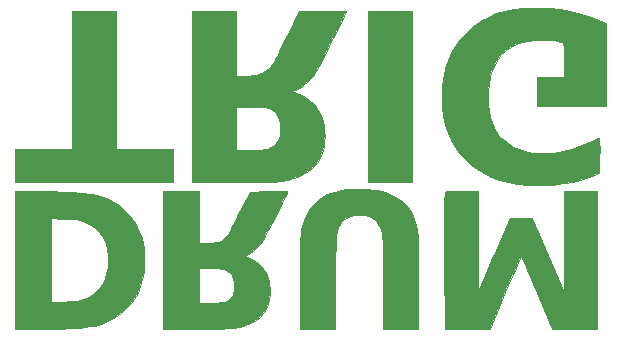
<source format=gbr>
%TF.GenerationSoftware,KiCad,Pcbnew,5.1.7-a382d34a8~88~ubuntu16.04.1*%
%TF.CreationDate,2021-06-30T18:42:27+02:00*%
%TF.ProjectId,555-drum-trigger,3535352d-6472-4756-9d2d-747269676765,rev?*%
%TF.SameCoordinates,Original*%
%TF.FileFunction,Legend,Bot*%
%TF.FilePolarity,Positive*%
%FSLAX46Y46*%
G04 Gerber Fmt 4.6, Leading zero omitted, Abs format (unit mm)*
G04 Created by KiCad (PCBNEW 5.1.7-a382d34a8~88~ubuntu16.04.1) date 2021-06-30 18:42:27*
%MOMM*%
%LPD*%
G01*
G04 APERTURE LIST*
%ADD10C,0.010000*%
G04 APERTURE END LIST*
D10*
%TO.C,G\u002A\u002A\u002A*%
G36*
X133531428Y-79243968D02*
G01*
X130709206Y-79243968D01*
X130707468Y-83487381D01*
X130705731Y-87730794D01*
X128039975Y-81501746D01*
X126124782Y-81501746D01*
X125034495Y-84051826D01*
X124843768Y-84498003D01*
X124656587Y-84936048D01*
X124476305Y-85358103D01*
X124306276Y-85756311D01*
X124149852Y-86122814D01*
X124010387Y-86449753D01*
X123891235Y-86729271D01*
X123795749Y-86953511D01*
X123727282Y-87114614D01*
X123708215Y-87159609D01*
X123472222Y-87717313D01*
X123461957Y-83480641D01*
X123451693Y-79243968D01*
X122039502Y-79243968D01*
X121645375Y-79244604D01*
X121325499Y-79246660D01*
X121073501Y-79250360D01*
X120883006Y-79255930D01*
X120747639Y-79263594D01*
X120661026Y-79273576D01*
X120616792Y-79286100D01*
X120608135Y-79294365D01*
X120605960Y-79339912D01*
X120603996Y-79461527D01*
X120602250Y-79654644D01*
X120600731Y-79914695D01*
X120599444Y-80237115D01*
X120598397Y-80617337D01*
X120597596Y-81050795D01*
X120597048Y-81532921D01*
X120596761Y-82059149D01*
X120596741Y-82624913D01*
X120596995Y-83225646D01*
X120597530Y-83856782D01*
X120598352Y-84513754D01*
X120599321Y-85110159D01*
X120609682Y-90875556D01*
X124432986Y-90875556D01*
X125746731Y-87780763D01*
X126006605Y-87170132D01*
X126239912Y-86625169D01*
X126446179Y-86146941D01*
X126624931Y-85736516D01*
X126775698Y-85394963D01*
X126898005Y-85123349D01*
X126991379Y-84922743D01*
X127055348Y-84794212D01*
X127089439Y-84738824D01*
X127094544Y-84737293D01*
X127115300Y-84781509D01*
X127165257Y-84894297D01*
X127241999Y-85070052D01*
X127343110Y-85303168D01*
X127466172Y-85588041D01*
X127608770Y-85919065D01*
X127768489Y-86290633D01*
X127942910Y-86697142D01*
X128129619Y-87132985D01*
X128326199Y-87592557D01*
X128428545Y-87832086D01*
X129728479Y-90875556D01*
X131629954Y-90886030D01*
X133531428Y-90896504D01*
X133531428Y-79243968D01*
G37*
X133531428Y-79243968D02*
X130709206Y-79243968D01*
X130707468Y-83487381D01*
X130705731Y-87730794D01*
X128039975Y-81501746D01*
X126124782Y-81501746D01*
X125034495Y-84051826D01*
X124843768Y-84498003D01*
X124656587Y-84936048D01*
X124476305Y-85358103D01*
X124306276Y-85756311D01*
X124149852Y-86122814D01*
X124010387Y-86449753D01*
X123891235Y-86729271D01*
X123795749Y-86953511D01*
X123727282Y-87114614D01*
X123708215Y-87159609D01*
X123472222Y-87717313D01*
X123461957Y-83480641D01*
X123451693Y-79243968D01*
X122039502Y-79243968D01*
X121645375Y-79244604D01*
X121325499Y-79246660D01*
X121073501Y-79250360D01*
X120883006Y-79255930D01*
X120747639Y-79263594D01*
X120661026Y-79273576D01*
X120616792Y-79286100D01*
X120608135Y-79294365D01*
X120605960Y-79339912D01*
X120603996Y-79461527D01*
X120602250Y-79654644D01*
X120600731Y-79914695D01*
X120599444Y-80237115D01*
X120598397Y-80617337D01*
X120597596Y-81050795D01*
X120597048Y-81532921D01*
X120596761Y-82059149D01*
X120596741Y-82624913D01*
X120596995Y-83225646D01*
X120597530Y-83856782D01*
X120598352Y-84513754D01*
X120599321Y-85110159D01*
X120609682Y-90875556D01*
X124432986Y-90875556D01*
X125746731Y-87780763D01*
X126006605Y-87170132D01*
X126239912Y-86625169D01*
X126446179Y-86146941D01*
X126624931Y-85736516D01*
X126775698Y-85394963D01*
X126898005Y-85123349D01*
X126991379Y-84922743D01*
X127055348Y-84794212D01*
X127089439Y-84738824D01*
X127094544Y-84737293D01*
X127115300Y-84781509D01*
X127165257Y-84894297D01*
X127241999Y-85070052D01*
X127343110Y-85303168D01*
X127466172Y-85588041D01*
X127608770Y-85919065D01*
X127768489Y-86290633D01*
X127942910Y-86697142D01*
X128129619Y-87132985D01*
X128326199Y-87592557D01*
X128428545Y-87832086D01*
X129728479Y-90875556D01*
X131629954Y-90886030D01*
X133531428Y-90896504D01*
X133531428Y-79243968D01*
G36*
X99211190Y-90895617D02*
G01*
X99850424Y-90894803D01*
X100415697Y-90892118D01*
X100913669Y-90887113D01*
X101351003Y-90879340D01*
X101734360Y-90868348D01*
X102070400Y-90853690D01*
X102365785Y-90834917D01*
X102627176Y-90811579D01*
X102861234Y-90783229D01*
X103074621Y-90749416D01*
X103273998Y-90709693D01*
X103466025Y-90663610D01*
X103657365Y-90610719D01*
X103721422Y-90591715D01*
X104202091Y-90412289D01*
X104621986Y-90182241D01*
X104979824Y-89902805D01*
X105274324Y-89575211D01*
X105504204Y-89200692D01*
X105668182Y-88780481D01*
X105691040Y-88698413D01*
X105761346Y-88341825D01*
X105799526Y-87947608D01*
X105805609Y-87541095D01*
X105779621Y-87147624D01*
X105721590Y-86792529D01*
X105688842Y-86664947D01*
X105532703Y-86256688D01*
X105313657Y-85875556D01*
X105042746Y-85538278D01*
X104794828Y-85310271D01*
X104642168Y-85203630D01*
X104437105Y-85080446D01*
X104202494Y-84953123D01*
X103961191Y-84834069D01*
X103736825Y-84735999D01*
X103636031Y-84695587D01*
X103756984Y-84649266D01*
X104128535Y-84466349D01*
X104485707Y-84210447D01*
X104819873Y-83889006D01*
X105122405Y-83509471D01*
X105185236Y-83416826D01*
X105229529Y-83341322D01*
X105303609Y-83205403D01*
X105403484Y-83016970D01*
X105525164Y-82783922D01*
X105664659Y-82514158D01*
X105817976Y-82215577D01*
X105981126Y-81896078D01*
X106150116Y-81563563D01*
X106320958Y-81225928D01*
X106489659Y-80891075D01*
X106652229Y-80566902D01*
X106804676Y-80261309D01*
X106943011Y-79982196D01*
X107063242Y-79737461D01*
X107161378Y-79535004D01*
X107233429Y-79382725D01*
X107275404Y-79288522D01*
X107284761Y-79261077D01*
X107245875Y-79257382D01*
X107134935Y-79254461D01*
X106960517Y-79252356D01*
X106731201Y-79251106D01*
X106455562Y-79250753D01*
X106142178Y-79251335D01*
X105799626Y-79252894D01*
X105688308Y-79253585D01*
X104091854Y-79264127D01*
X103359974Y-80758433D01*
X103139443Y-81207347D01*
X102949733Y-81589989D01*
X102787146Y-81912961D01*
X102647983Y-82182862D01*
X102528546Y-82406294D01*
X102425136Y-82589858D01*
X102334055Y-82740153D01*
X102251603Y-82863782D01*
X102174082Y-82967344D01*
X102097793Y-83057440D01*
X102033143Y-83126329D01*
X101853364Y-83292444D01*
X101669353Y-83420447D01*
X101467607Y-83514580D01*
X101234623Y-83579083D01*
X100956897Y-83618198D01*
X100620925Y-83636166D01*
X100402164Y-83638572D01*
X99785714Y-83638572D01*
X99785714Y-79243968D01*
X96802222Y-79243968D01*
X96802222Y-85727633D01*
X99784713Y-85727633D01*
X100742753Y-85744911D01*
X101068781Y-85751874D01*
X101325681Y-85760196D01*
X101524959Y-85770743D01*
X101678123Y-85784379D01*
X101796676Y-85801970D01*
X101892126Y-85824380D01*
X101922539Y-85833631D01*
X102214448Y-85959847D01*
X102445784Y-86132550D01*
X102618318Y-86354810D01*
X102733818Y-86629694D01*
X102794054Y-86960273D01*
X102800795Y-87349616D01*
X102800471Y-87356478D01*
X102787302Y-87557216D01*
X102766135Y-87706501D01*
X102730359Y-87833504D01*
X102673362Y-87967397D01*
X102652025Y-88011465D01*
X102559669Y-88172486D01*
X102457762Y-88308821D01*
X102386144Y-88378642D01*
X102200684Y-88492373D01*
X101971610Y-88581212D01*
X101692049Y-88646337D01*
X101355132Y-88688927D01*
X100953987Y-88710162D01*
X100481744Y-88711219D01*
X100450952Y-88710666D01*
X99805873Y-88698413D01*
X99784713Y-85727633D01*
X96802222Y-85727633D01*
X96802222Y-90895714D01*
X99211190Y-90895617D01*
G37*
X99211190Y-90895617D02*
X99850424Y-90894803D01*
X100415697Y-90892118D01*
X100913669Y-90887113D01*
X101351003Y-90879340D01*
X101734360Y-90868348D01*
X102070400Y-90853690D01*
X102365785Y-90834917D01*
X102627176Y-90811579D01*
X102861234Y-90783229D01*
X103074621Y-90749416D01*
X103273998Y-90709693D01*
X103466025Y-90663610D01*
X103657365Y-90610719D01*
X103721422Y-90591715D01*
X104202091Y-90412289D01*
X104621986Y-90182241D01*
X104979824Y-89902805D01*
X105274324Y-89575211D01*
X105504204Y-89200692D01*
X105668182Y-88780481D01*
X105691040Y-88698413D01*
X105761346Y-88341825D01*
X105799526Y-87947608D01*
X105805609Y-87541095D01*
X105779621Y-87147624D01*
X105721590Y-86792529D01*
X105688842Y-86664947D01*
X105532703Y-86256688D01*
X105313657Y-85875556D01*
X105042746Y-85538278D01*
X104794828Y-85310271D01*
X104642168Y-85203630D01*
X104437105Y-85080446D01*
X104202494Y-84953123D01*
X103961191Y-84834069D01*
X103736825Y-84735999D01*
X103636031Y-84695587D01*
X103756984Y-84649266D01*
X104128535Y-84466349D01*
X104485707Y-84210447D01*
X104819873Y-83889006D01*
X105122405Y-83509471D01*
X105185236Y-83416826D01*
X105229529Y-83341322D01*
X105303609Y-83205403D01*
X105403484Y-83016970D01*
X105525164Y-82783922D01*
X105664659Y-82514158D01*
X105817976Y-82215577D01*
X105981126Y-81896078D01*
X106150116Y-81563563D01*
X106320958Y-81225928D01*
X106489659Y-80891075D01*
X106652229Y-80566902D01*
X106804676Y-80261309D01*
X106943011Y-79982196D01*
X107063242Y-79737461D01*
X107161378Y-79535004D01*
X107233429Y-79382725D01*
X107275404Y-79288522D01*
X107284761Y-79261077D01*
X107245875Y-79257382D01*
X107134935Y-79254461D01*
X106960517Y-79252356D01*
X106731201Y-79251106D01*
X106455562Y-79250753D01*
X106142178Y-79251335D01*
X105799626Y-79252894D01*
X105688308Y-79253585D01*
X104091854Y-79264127D01*
X103359974Y-80758433D01*
X103139443Y-81207347D01*
X102949733Y-81589989D01*
X102787146Y-81912961D01*
X102647983Y-82182862D01*
X102528546Y-82406294D01*
X102425136Y-82589858D01*
X102334055Y-82740153D01*
X102251603Y-82863782D01*
X102174082Y-82967344D01*
X102097793Y-83057440D01*
X102033143Y-83126329D01*
X101853364Y-83292444D01*
X101669353Y-83420447D01*
X101467607Y-83514580D01*
X101234623Y-83579083D01*
X100956897Y-83618198D01*
X100620925Y-83636166D01*
X100402164Y-83638572D01*
X99785714Y-83638572D01*
X99785714Y-79243968D01*
X96802222Y-79243968D01*
X96802222Y-85727633D01*
X99784713Y-85727633D01*
X100742753Y-85744911D01*
X101068781Y-85751874D01*
X101325681Y-85760196D01*
X101524959Y-85770743D01*
X101678123Y-85784379D01*
X101796676Y-85801970D01*
X101892126Y-85824380D01*
X101922539Y-85833631D01*
X102214448Y-85959847D01*
X102445784Y-86132550D01*
X102618318Y-86354810D01*
X102733818Y-86629694D01*
X102794054Y-86960273D01*
X102800795Y-87349616D01*
X102800471Y-87356478D01*
X102787302Y-87557216D01*
X102766135Y-87706501D01*
X102730359Y-87833504D01*
X102673362Y-87967397D01*
X102652025Y-88011465D01*
X102559669Y-88172486D01*
X102457762Y-88308821D01*
X102386144Y-88378642D01*
X102200684Y-88492373D01*
X101971610Y-88581212D01*
X101692049Y-88646337D01*
X101355132Y-88688927D01*
X100953987Y-88710162D01*
X100481744Y-88711219D01*
X100450952Y-88710666D01*
X99805873Y-88698413D01*
X99784713Y-85727633D01*
X96802222Y-85727633D01*
X96802222Y-90895714D01*
X99211190Y-90895617D01*
G36*
X86067698Y-90894989D02*
G01*
X86850928Y-90892101D01*
X87559557Y-90883636D01*
X88199472Y-90868908D01*
X88776559Y-90847227D01*
X89296705Y-90817907D01*
X89765796Y-90780259D01*
X90189718Y-90733595D01*
X90574357Y-90677226D01*
X90925600Y-90610465D01*
X91249333Y-90532623D01*
X91551442Y-90443013D01*
X91837814Y-90340946D01*
X92114334Y-90225734D01*
X92224761Y-90175224D01*
X92723228Y-89901527D01*
X93202971Y-89560426D01*
X93648847Y-89165073D01*
X94045718Y-88728621D01*
X94320225Y-88354967D01*
X94619793Y-87835464D01*
X94855317Y-87280735D01*
X95028045Y-86686143D01*
X95139225Y-86047051D01*
X95190106Y-85358823D01*
X95193896Y-85110159D01*
X95181224Y-84562991D01*
X95139675Y-84072198D01*
X95066158Y-83617757D01*
X94957586Y-83179643D01*
X94840691Y-82819809D01*
X94600254Y-82264277D01*
X94289795Y-81741020D01*
X93915557Y-81256128D01*
X93483781Y-80815691D01*
X93000712Y-80425798D01*
X92472590Y-80092538D01*
X91905659Y-79822001D01*
X91679620Y-79736299D01*
X91406019Y-79647125D01*
X91117631Y-79568481D01*
X90808464Y-79499839D01*
X90472527Y-79440666D01*
X90103828Y-79390432D01*
X89696378Y-79348607D01*
X89244184Y-79314659D01*
X88741256Y-79288059D01*
X88181602Y-79268274D01*
X87559233Y-79254775D01*
X86868156Y-79247031D01*
X86128174Y-79244516D01*
X84263492Y-79243968D01*
X84263492Y-81533905D01*
X87287301Y-81533905D01*
X88285158Y-81551878D01*
X88602903Y-81558166D01*
X88853778Y-81565030D01*
X89051546Y-81573690D01*
X89209969Y-81585371D01*
X89342810Y-81601293D01*
X89463831Y-81622680D01*
X89586795Y-81650752D01*
X89686190Y-81676301D01*
X90192928Y-81845440D01*
X90642410Y-82069795D01*
X91033574Y-82348545D01*
X91365356Y-82680870D01*
X91636692Y-83065951D01*
X91741512Y-83261796D01*
X91911561Y-83691876D01*
X92029376Y-84166730D01*
X92095176Y-84670609D01*
X92109180Y-85187762D01*
X92071608Y-85702440D01*
X91982681Y-86198894D01*
X91842617Y-86661374D01*
X91689303Y-87005080D01*
X91524322Y-87261599D01*
X91286425Y-87541753D01*
X91197991Y-87633373D01*
X91023942Y-87802766D01*
X90875454Y-87929037D01*
X90726713Y-88031214D01*
X90551909Y-88128325D01*
X90472277Y-88168351D01*
X90253309Y-88266079D01*
X90001773Y-88362721D01*
X89761269Y-88441939D01*
X89686190Y-88462939D01*
X89552474Y-88496528D01*
X89430222Y-88522597D01*
X89305635Y-88542376D01*
X89164915Y-88557091D01*
X88994263Y-88567971D01*
X88779882Y-88576244D01*
X88507973Y-88583138D01*
X88285158Y-88587627D01*
X87287301Y-88606635D01*
X87287301Y-81533905D01*
X84263492Y-81533905D01*
X84263492Y-90895714D01*
X86067698Y-90894989D01*
G37*
X86067698Y-90894989D02*
X86850928Y-90892101D01*
X87559557Y-90883636D01*
X88199472Y-90868908D01*
X88776559Y-90847227D01*
X89296705Y-90817907D01*
X89765796Y-90780259D01*
X90189718Y-90733595D01*
X90574357Y-90677226D01*
X90925600Y-90610465D01*
X91249333Y-90532623D01*
X91551442Y-90443013D01*
X91837814Y-90340946D01*
X92114334Y-90225734D01*
X92224761Y-90175224D01*
X92723228Y-89901527D01*
X93202971Y-89560426D01*
X93648847Y-89165073D01*
X94045718Y-88728621D01*
X94320225Y-88354967D01*
X94619793Y-87835464D01*
X94855317Y-87280735D01*
X95028045Y-86686143D01*
X95139225Y-86047051D01*
X95190106Y-85358823D01*
X95193896Y-85110159D01*
X95181224Y-84562991D01*
X95139675Y-84072198D01*
X95066158Y-83617757D01*
X94957586Y-83179643D01*
X94840691Y-82819809D01*
X94600254Y-82264277D01*
X94289795Y-81741020D01*
X93915557Y-81256128D01*
X93483781Y-80815691D01*
X93000712Y-80425798D01*
X92472590Y-80092538D01*
X91905659Y-79822001D01*
X91679620Y-79736299D01*
X91406019Y-79647125D01*
X91117631Y-79568481D01*
X90808464Y-79499839D01*
X90472527Y-79440666D01*
X90103828Y-79390432D01*
X89696378Y-79348607D01*
X89244184Y-79314659D01*
X88741256Y-79288059D01*
X88181602Y-79268274D01*
X87559233Y-79254775D01*
X86868156Y-79247031D01*
X86128174Y-79244516D01*
X84263492Y-79243968D01*
X84263492Y-81533905D01*
X87287301Y-81533905D01*
X88285158Y-81551878D01*
X88602903Y-81558166D01*
X88853778Y-81565030D01*
X89051546Y-81573690D01*
X89209969Y-81585371D01*
X89342810Y-81601293D01*
X89463831Y-81622680D01*
X89586795Y-81650752D01*
X89686190Y-81676301D01*
X90192928Y-81845440D01*
X90642410Y-82069795D01*
X91033574Y-82348545D01*
X91365356Y-82680870D01*
X91636692Y-83065951D01*
X91741512Y-83261796D01*
X91911561Y-83691876D01*
X92029376Y-84166730D01*
X92095176Y-84670609D01*
X92109180Y-85187762D01*
X92071608Y-85702440D01*
X91982681Y-86198894D01*
X91842617Y-86661374D01*
X91689303Y-87005080D01*
X91524322Y-87261599D01*
X91286425Y-87541753D01*
X91197991Y-87633373D01*
X91023942Y-87802766D01*
X90875454Y-87929037D01*
X90726713Y-88031214D01*
X90551909Y-88128325D01*
X90472277Y-88168351D01*
X90253309Y-88266079D01*
X90001773Y-88362721D01*
X89761269Y-88441939D01*
X89686190Y-88462939D01*
X89552474Y-88496528D01*
X89430222Y-88522597D01*
X89305635Y-88542376D01*
X89164915Y-88557091D01*
X88994263Y-88567971D01*
X88779882Y-88576244D01*
X88507973Y-88583138D01*
X88285158Y-88587627D01*
X87287301Y-88606635D01*
X87287301Y-81533905D01*
X84263492Y-81533905D01*
X84263492Y-90895714D01*
X86067698Y-90894989D01*
G36*
X111357524Y-87257064D02*
G01*
X111357869Y-86559087D01*
X111358824Y-85936610D01*
X111360694Y-85384500D01*
X111363784Y-84897621D01*
X111368397Y-84470841D01*
X111374839Y-84099024D01*
X111383413Y-83777037D01*
X111394426Y-83499746D01*
X111408181Y-83262016D01*
X111424982Y-83058714D01*
X111445135Y-82884705D01*
X111468944Y-82734856D01*
X111496713Y-82604032D01*
X111528747Y-82487099D01*
X111565352Y-82378922D01*
X111606830Y-82274369D01*
X111653487Y-82168305D01*
X111660297Y-82153377D01*
X111824375Y-81868050D01*
X112031746Y-81640950D01*
X112288606Y-81468077D01*
X112601150Y-81345432D01*
X112975573Y-81269017D01*
X113043397Y-81260613D01*
X113457866Y-81240942D01*
X113846013Y-81277027D01*
X114197523Y-81366375D01*
X114502082Y-81506490D01*
X114718569Y-81665677D01*
X114919181Y-81887957D01*
X115079799Y-82154953D01*
X115203647Y-82474720D01*
X115293951Y-82855317D01*
X115347032Y-83235397D01*
X115353623Y-83339522D01*
X115359798Y-83518953D01*
X115365505Y-83768362D01*
X115370687Y-84082421D01*
X115375293Y-84455801D01*
X115379266Y-84883175D01*
X115382554Y-85359214D01*
X115385102Y-85878590D01*
X115386856Y-86435976D01*
X115387762Y-87026042D01*
X115387872Y-87257064D01*
X115388571Y-90895714D01*
X118375021Y-90895714D01*
X118362854Y-86894207D01*
X118360839Y-86237875D01*
X118358942Y-85656993D01*
X118357043Y-85146376D01*
X118355018Y-84700837D01*
X118352747Y-84315193D01*
X118350106Y-83984257D01*
X118346975Y-83702844D01*
X118343230Y-83465771D01*
X118338751Y-83267850D01*
X118333415Y-83103897D01*
X118327100Y-82968728D01*
X118319685Y-82857156D01*
X118311046Y-82763997D01*
X118301063Y-82684065D01*
X118289614Y-82612176D01*
X118276575Y-82543143D01*
X118261826Y-82471783D01*
X118258450Y-82455779D01*
X118102492Y-81860180D01*
X117898061Y-81327121D01*
X117642832Y-80854359D01*
X117334481Y-80439650D01*
X116970684Y-80080748D01*
X116549115Y-79775411D01*
X116067451Y-79521392D01*
X115523367Y-79316449D01*
X114914538Y-79158337D01*
X114824126Y-79139835D01*
X114663439Y-79116855D01*
X114438222Y-79096971D01*
X114164532Y-79080521D01*
X113858428Y-79067839D01*
X113535966Y-79059263D01*
X113213205Y-79055128D01*
X112906202Y-79055770D01*
X112631014Y-79061525D01*
X112403700Y-79072729D01*
X112263968Y-79086262D01*
X111797427Y-79167883D01*
X111337099Y-79283434D01*
X110904260Y-79426365D01*
X110520186Y-79590124D01*
X110365507Y-79670778D01*
X109925450Y-79958816D01*
X109541269Y-80300342D01*
X109211587Y-80697400D01*
X108935024Y-81152033D01*
X108710203Y-81666286D01*
X108535744Y-82242201D01*
X108486946Y-82455779D01*
X108471816Y-82528306D01*
X108458424Y-82597400D01*
X108446646Y-82668246D01*
X108436360Y-82746029D01*
X108427445Y-82835934D01*
X108419779Y-82943147D01*
X108413240Y-83072853D01*
X108407706Y-83230236D01*
X108403054Y-83420483D01*
X108399164Y-83648778D01*
X108395912Y-83920306D01*
X108393177Y-84240253D01*
X108390837Y-84613803D01*
X108388770Y-85046142D01*
X108386854Y-85542455D01*
X108384967Y-86107928D01*
X108382987Y-86747745D01*
X108382542Y-86894207D01*
X108370375Y-90895714D01*
X111356825Y-90895714D01*
X111357524Y-87257064D01*
G37*
X111357524Y-87257064D02*
X111357869Y-86559087D01*
X111358824Y-85936610D01*
X111360694Y-85384500D01*
X111363784Y-84897621D01*
X111368397Y-84470841D01*
X111374839Y-84099024D01*
X111383413Y-83777037D01*
X111394426Y-83499746D01*
X111408181Y-83262016D01*
X111424982Y-83058714D01*
X111445135Y-82884705D01*
X111468944Y-82734856D01*
X111496713Y-82604032D01*
X111528747Y-82487099D01*
X111565352Y-82378922D01*
X111606830Y-82274369D01*
X111653487Y-82168305D01*
X111660297Y-82153377D01*
X111824375Y-81868050D01*
X112031746Y-81640950D01*
X112288606Y-81468077D01*
X112601150Y-81345432D01*
X112975573Y-81269017D01*
X113043397Y-81260613D01*
X113457866Y-81240942D01*
X113846013Y-81277027D01*
X114197523Y-81366375D01*
X114502082Y-81506490D01*
X114718569Y-81665677D01*
X114919181Y-81887957D01*
X115079799Y-82154953D01*
X115203647Y-82474720D01*
X115293951Y-82855317D01*
X115347032Y-83235397D01*
X115353623Y-83339522D01*
X115359798Y-83518953D01*
X115365505Y-83768362D01*
X115370687Y-84082421D01*
X115375293Y-84455801D01*
X115379266Y-84883175D01*
X115382554Y-85359214D01*
X115385102Y-85878590D01*
X115386856Y-86435976D01*
X115387762Y-87026042D01*
X115387872Y-87257064D01*
X115388571Y-90895714D01*
X118375021Y-90895714D01*
X118362854Y-86894207D01*
X118360839Y-86237875D01*
X118358942Y-85656993D01*
X118357043Y-85146376D01*
X118355018Y-84700837D01*
X118352747Y-84315193D01*
X118350106Y-83984257D01*
X118346975Y-83702844D01*
X118343230Y-83465771D01*
X118338751Y-83267850D01*
X118333415Y-83103897D01*
X118327100Y-82968728D01*
X118319685Y-82857156D01*
X118311046Y-82763997D01*
X118301063Y-82684065D01*
X118289614Y-82612176D01*
X118276575Y-82543143D01*
X118261826Y-82471783D01*
X118258450Y-82455779D01*
X118102492Y-81860180D01*
X117898061Y-81327121D01*
X117642832Y-80854359D01*
X117334481Y-80439650D01*
X116970684Y-80080748D01*
X116549115Y-79775411D01*
X116067451Y-79521392D01*
X115523367Y-79316449D01*
X114914538Y-79158337D01*
X114824126Y-79139835D01*
X114663439Y-79116855D01*
X114438222Y-79096971D01*
X114164532Y-79080521D01*
X113858428Y-79067839D01*
X113535966Y-79059263D01*
X113213205Y-79055128D01*
X112906202Y-79055770D01*
X112631014Y-79061525D01*
X112403700Y-79072729D01*
X112263968Y-79086262D01*
X111797427Y-79167883D01*
X111337099Y-79283434D01*
X110904260Y-79426365D01*
X110520186Y-79590124D01*
X110365507Y-79670778D01*
X109925450Y-79958816D01*
X109541269Y-80300342D01*
X109211587Y-80697400D01*
X108935024Y-81152033D01*
X108710203Y-81666286D01*
X108535744Y-82242201D01*
X108486946Y-82455779D01*
X108471816Y-82528306D01*
X108458424Y-82597400D01*
X108446646Y-82668246D01*
X108436360Y-82746029D01*
X108427445Y-82835934D01*
X108419779Y-82943147D01*
X108413240Y-83072853D01*
X108407706Y-83230236D01*
X108403054Y-83420483D01*
X108399164Y-83648778D01*
X108395912Y-83920306D01*
X108393177Y-84240253D01*
X108390837Y-84613803D01*
X108388770Y-85046142D01*
X108386854Y-85542455D01*
X108384967Y-86107928D01*
X108382987Y-86747745D01*
X108382542Y-86894207D01*
X108370375Y-90895714D01*
X111356825Y-90895714D01*
X111357524Y-87257064D01*
G36*
X117888253Y-63963651D02*
G01*
X114138730Y-63963651D01*
X114138730Y-78477937D01*
X117888253Y-78477937D01*
X117888253Y-63963651D01*
G37*
X117888253Y-63963651D02*
X114138730Y-63963651D01*
X114138730Y-78477937D01*
X117888253Y-78477937D01*
X117888253Y-63963651D01*
G36*
X102738968Y-78467535D02*
G01*
X103381310Y-78464893D01*
X103948956Y-78462290D01*
X104447844Y-78459409D01*
X104883912Y-78455932D01*
X105263099Y-78451542D01*
X105591342Y-78445923D01*
X105874580Y-78438757D01*
X106118751Y-78429728D01*
X106329793Y-78418517D01*
X106513644Y-78404809D01*
X106676242Y-78388286D01*
X106823526Y-78368631D01*
X106961433Y-78345527D01*
X107095902Y-78318657D01*
X107232871Y-78287703D01*
X107378278Y-78252350D01*
X107538061Y-78212280D01*
X107543011Y-78211033D01*
X108120313Y-78034904D01*
X108631270Y-77813300D01*
X109076878Y-77545102D01*
X109458133Y-77229189D01*
X109776032Y-76864440D01*
X110031568Y-76449735D01*
X110225740Y-75983953D01*
X110359542Y-75465975D01*
X110428266Y-74964659D01*
X110445188Y-74576687D01*
X110433250Y-74164727D01*
X110394659Y-73759675D01*
X110331627Y-73392430D01*
X110309022Y-73297143D01*
X110143450Y-72804337D01*
X109909927Y-72354299D01*
X109609632Y-71948289D01*
X109243745Y-71587565D01*
X108813445Y-71273387D01*
X108319911Y-71007015D01*
X108060974Y-70896535D01*
X107688138Y-70749687D01*
X107859386Y-70699089D01*
X107981712Y-70654779D01*
X108141299Y-70586158D01*
X108304690Y-70507656D01*
X108312857Y-70503475D01*
X108514778Y-70376531D01*
X108743408Y-70193988D01*
X108984693Y-69969821D01*
X109224580Y-69718006D01*
X109449017Y-69452518D01*
X109643951Y-69187332D01*
X109659141Y-69164603D01*
X109727969Y-69051112D01*
X109828856Y-68870874D01*
X109958766Y-68629743D01*
X110114662Y-68333568D01*
X110293505Y-67988201D01*
X110492261Y-67599493D01*
X110707890Y-67173295D01*
X110937357Y-66715458D01*
X111098506Y-66391549D01*
X111301148Y-65982772D01*
X111492862Y-65595501D01*
X111670691Y-65235740D01*
X111831681Y-64909494D01*
X111972877Y-64622765D01*
X112091323Y-64381559D01*
X112184065Y-64191879D01*
X112248148Y-64059729D01*
X112280617Y-63991114D01*
X112284126Y-63982580D01*
X112245090Y-63978850D01*
X112133105Y-63975364D01*
X111955857Y-63972194D01*
X111721032Y-63969415D01*
X111436316Y-63967098D01*
X111109395Y-63965318D01*
X110747955Y-63964148D01*
X110359682Y-63963661D01*
X110295653Y-63963651D01*
X108307179Y-63963651D01*
X107324606Y-65960326D01*
X107134336Y-66345146D01*
X106948850Y-66716818D01*
X106772229Y-67067402D01*
X106608549Y-67388955D01*
X106461890Y-67673535D01*
X106336331Y-67913200D01*
X106235949Y-68100008D01*
X106164824Y-68226016D01*
X106142477Y-68262260D01*
X105900880Y-68599485D01*
X105658709Y-68866645D01*
X105403495Y-69073430D01*
X105122773Y-69229527D01*
X104804076Y-69344627D01*
X104720732Y-69367181D01*
X104586267Y-69397695D01*
X104447289Y-69419602D01*
X104287049Y-69434172D01*
X104088798Y-69442673D01*
X103835786Y-69446375D01*
X103669899Y-69446826D01*
X102930476Y-69446826D01*
X102930476Y-63963651D01*
X99180952Y-63963651D01*
X99180952Y-72067460D01*
X102930476Y-72067460D01*
X103975183Y-72067460D01*
X104360950Y-72069251D01*
X104675608Y-72074901D01*
X104928609Y-72084829D01*
X105129405Y-72099454D01*
X105287449Y-72119192D01*
X105335897Y-72127669D01*
X105704786Y-72225674D01*
X106009077Y-72368978D01*
X106253517Y-72561733D01*
X106442853Y-72808086D01*
X106581832Y-73112189D01*
X106625510Y-73255087D01*
X106653392Y-73412138D01*
X106671604Y-73623979D01*
X106679948Y-73865324D01*
X106678228Y-74110888D01*
X106666247Y-74335385D01*
X106643809Y-74513527D01*
X106635597Y-74551777D01*
X106517806Y-74886881D01*
X106342992Y-75167393D01*
X106113245Y-75390525D01*
X105913392Y-75514895D01*
X105781936Y-75577340D01*
X105652426Y-75627768D01*
X105513980Y-75667659D01*
X105355714Y-75698492D01*
X105166743Y-75721745D01*
X104936185Y-75738897D01*
X104653155Y-75751428D01*
X104306770Y-75760816D01*
X104069444Y-75765459D01*
X102930476Y-75785689D01*
X102930476Y-72067460D01*
X99180952Y-72067460D01*
X99180952Y-78481976D01*
X102738968Y-78467535D01*
G37*
X102738968Y-78467535D02*
X103381310Y-78464893D01*
X103948956Y-78462290D01*
X104447844Y-78459409D01*
X104883912Y-78455932D01*
X105263099Y-78451542D01*
X105591342Y-78445923D01*
X105874580Y-78438757D01*
X106118751Y-78429728D01*
X106329793Y-78418517D01*
X106513644Y-78404809D01*
X106676242Y-78388286D01*
X106823526Y-78368631D01*
X106961433Y-78345527D01*
X107095902Y-78318657D01*
X107232871Y-78287703D01*
X107378278Y-78252350D01*
X107538061Y-78212280D01*
X107543011Y-78211033D01*
X108120313Y-78034904D01*
X108631270Y-77813300D01*
X109076878Y-77545102D01*
X109458133Y-77229189D01*
X109776032Y-76864440D01*
X110031568Y-76449735D01*
X110225740Y-75983953D01*
X110359542Y-75465975D01*
X110428266Y-74964659D01*
X110445188Y-74576687D01*
X110433250Y-74164727D01*
X110394659Y-73759675D01*
X110331627Y-73392430D01*
X110309022Y-73297143D01*
X110143450Y-72804337D01*
X109909927Y-72354299D01*
X109609632Y-71948289D01*
X109243745Y-71587565D01*
X108813445Y-71273387D01*
X108319911Y-71007015D01*
X108060974Y-70896535D01*
X107688138Y-70749687D01*
X107859386Y-70699089D01*
X107981712Y-70654779D01*
X108141299Y-70586158D01*
X108304690Y-70507656D01*
X108312857Y-70503475D01*
X108514778Y-70376531D01*
X108743408Y-70193988D01*
X108984693Y-69969821D01*
X109224580Y-69718006D01*
X109449017Y-69452518D01*
X109643951Y-69187332D01*
X109659141Y-69164603D01*
X109727969Y-69051112D01*
X109828856Y-68870874D01*
X109958766Y-68629743D01*
X110114662Y-68333568D01*
X110293505Y-67988201D01*
X110492261Y-67599493D01*
X110707890Y-67173295D01*
X110937357Y-66715458D01*
X111098506Y-66391549D01*
X111301148Y-65982772D01*
X111492862Y-65595501D01*
X111670691Y-65235740D01*
X111831681Y-64909494D01*
X111972877Y-64622765D01*
X112091323Y-64381559D01*
X112184065Y-64191879D01*
X112248148Y-64059729D01*
X112280617Y-63991114D01*
X112284126Y-63982580D01*
X112245090Y-63978850D01*
X112133105Y-63975364D01*
X111955857Y-63972194D01*
X111721032Y-63969415D01*
X111436316Y-63967098D01*
X111109395Y-63965318D01*
X110747955Y-63964148D01*
X110359682Y-63963661D01*
X110295653Y-63963651D01*
X108307179Y-63963651D01*
X107324606Y-65960326D01*
X107134336Y-66345146D01*
X106948850Y-66716818D01*
X106772229Y-67067402D01*
X106608549Y-67388955D01*
X106461890Y-67673535D01*
X106336331Y-67913200D01*
X106235949Y-68100008D01*
X106164824Y-68226016D01*
X106142477Y-68262260D01*
X105900880Y-68599485D01*
X105658709Y-68866645D01*
X105403495Y-69073430D01*
X105122773Y-69229527D01*
X104804076Y-69344627D01*
X104720732Y-69367181D01*
X104586267Y-69397695D01*
X104447289Y-69419602D01*
X104287049Y-69434172D01*
X104088798Y-69442673D01*
X103835786Y-69446375D01*
X103669899Y-69446826D01*
X102930476Y-69446826D01*
X102930476Y-63963651D01*
X99180952Y-63963651D01*
X99180952Y-72067460D01*
X102930476Y-72067460D01*
X103975183Y-72067460D01*
X104360950Y-72069251D01*
X104675608Y-72074901D01*
X104928609Y-72084829D01*
X105129405Y-72099454D01*
X105287449Y-72119192D01*
X105335897Y-72127669D01*
X105704786Y-72225674D01*
X106009077Y-72368978D01*
X106253517Y-72561733D01*
X106442853Y-72808086D01*
X106581832Y-73112189D01*
X106625510Y-73255087D01*
X106653392Y-73412138D01*
X106671604Y-73623979D01*
X106679948Y-73865324D01*
X106678228Y-74110888D01*
X106666247Y-74335385D01*
X106643809Y-74513527D01*
X106635597Y-74551777D01*
X106517806Y-74886881D01*
X106342992Y-75167393D01*
X106113245Y-75390525D01*
X105913392Y-75514895D01*
X105781936Y-75577340D01*
X105652426Y-75627768D01*
X105513980Y-75667659D01*
X105355714Y-75698492D01*
X105166743Y-75721745D01*
X104936185Y-75738897D01*
X104653155Y-75751428D01*
X104306770Y-75760816D01*
X104069444Y-75765459D01*
X102930476Y-75785689D01*
X102930476Y-72067460D01*
X99180952Y-72067460D01*
X99180952Y-78481976D01*
X102738968Y-78467535D01*
G36*
X97639331Y-77076905D02*
G01*
X97628730Y-75675873D01*
X95219761Y-75665477D01*
X92810793Y-75655080D01*
X92810793Y-63963651D01*
X89061269Y-63963651D01*
X89061269Y-75655714D01*
X84223174Y-75655714D01*
X84223174Y-78477937D01*
X97649933Y-78477937D01*
X97639331Y-77076905D01*
G37*
X97639331Y-77076905D02*
X97628730Y-75675873D01*
X95219761Y-75665477D01*
X92810793Y-75655080D01*
X92810793Y-63963651D01*
X89061269Y-63963651D01*
X89061269Y-75655714D01*
X84223174Y-75655714D01*
X84223174Y-78477937D01*
X97649933Y-78477937D01*
X97639331Y-77076905D01*
G36*
X129799448Y-78690883D02*
G01*
X130656921Y-78581309D01*
X131495747Y-78420749D01*
X132300926Y-78211748D01*
X133057458Y-77956849D01*
X133289523Y-77864891D01*
X133712857Y-77690411D01*
X133723430Y-76185728D01*
X133725021Y-75847078D01*
X133724960Y-75535764D01*
X133723366Y-75260518D01*
X133720357Y-75030066D01*
X133716051Y-74853137D01*
X133710565Y-74738460D01*
X133704019Y-74694764D01*
X133703272Y-74694650D01*
X133658341Y-74716257D01*
X133553985Y-74767198D01*
X133403105Y-74841153D01*
X133218599Y-74931804D01*
X133087936Y-74996102D01*
X132253182Y-75366739D01*
X131412749Y-75658772D01*
X130560569Y-75874231D01*
X130326190Y-75919811D01*
X130113051Y-75949670D01*
X129840721Y-75974372D01*
X129528764Y-75993386D01*
X129196748Y-76006181D01*
X128864237Y-76012227D01*
X128550799Y-76010993D01*
X128275999Y-76001948D01*
X128059403Y-75984562D01*
X128038076Y-75981867D01*
X127437442Y-75870881D01*
X126892593Y-75704256D01*
X126399092Y-75479975D01*
X125952504Y-75196020D01*
X125548392Y-74850373D01*
X125547365Y-74849365D01*
X125333996Y-74631807D01*
X125166747Y-74438955D01*
X125027741Y-74246463D01*
X124899098Y-74029985D01*
X124787155Y-73814188D01*
X124603072Y-73394385D01*
X124462299Y-72956792D01*
X124361516Y-72486544D01*
X124297404Y-71968773D01*
X124269847Y-71497743D01*
X124272135Y-70782176D01*
X124330377Y-70123164D01*
X124445210Y-69518594D01*
X124617269Y-68966353D01*
X124847192Y-68464328D01*
X125135614Y-68010406D01*
X125424451Y-67663791D01*
X125800810Y-67309205D01*
X126209347Y-67017062D01*
X126656815Y-66784342D01*
X127149966Y-66608029D01*
X127695554Y-66485104D01*
X128206663Y-66420243D01*
X128599542Y-66399918D01*
X129021268Y-66403225D01*
X129445409Y-66428536D01*
X129845528Y-66474224D01*
X130195192Y-66538661D01*
X130218045Y-66544060D01*
X130346761Y-66572470D01*
X130451036Y-66594959D01*
X130533414Y-66619682D01*
X130596441Y-66654793D01*
X130642662Y-66708448D01*
X130674621Y-66788800D01*
X130694865Y-66904006D01*
X130705938Y-67062219D01*
X130710386Y-67271594D01*
X130710753Y-67540287D01*
X130709585Y-67876452D01*
X130709206Y-68117768D01*
X130709206Y-69527460D01*
X128411111Y-69527460D01*
X128411111Y-72027143D01*
X134257142Y-72027143D01*
X134257142Y-65020684D01*
X133884206Y-64857243D01*
X133010457Y-64505134D01*
X132143455Y-64219798D01*
X131265271Y-63996656D01*
X130357971Y-63831127D01*
X129439206Y-63721830D01*
X129268643Y-63710521D01*
X129040480Y-63701404D01*
X128771995Y-63694589D01*
X128480467Y-63690186D01*
X128183174Y-63688304D01*
X127897393Y-63689053D01*
X127640404Y-63692542D01*
X127429483Y-63698882D01*
X127282222Y-63708150D01*
X126462229Y-63816051D01*
X125702056Y-63974363D01*
X124997023Y-64185108D01*
X124342449Y-64450307D01*
X123733652Y-64771982D01*
X123165951Y-65152155D01*
X122634666Y-65592848D01*
X122401607Y-65816052D01*
X121947198Y-66310756D01*
X121563717Y-66819123D01*
X121241478Y-67356839D01*
X120970801Y-67939587D01*
X120794776Y-68418730D01*
X120651063Y-68896742D01*
X120541529Y-69368663D01*
X120463468Y-69853179D01*
X120414177Y-70368977D01*
X120390951Y-70934745D01*
X120388267Y-71227174D01*
X120419104Y-72064834D01*
X120512725Y-72852725D01*
X120669652Y-73592320D01*
X120890408Y-74285089D01*
X121175517Y-74932507D01*
X121525501Y-75536046D01*
X121940885Y-76097177D01*
X122236968Y-76430185D01*
X122756713Y-76925944D01*
X123314531Y-77359595D01*
X123913423Y-77732325D01*
X124556385Y-78045323D01*
X125246417Y-78299774D01*
X125986518Y-78496867D01*
X126779686Y-78637787D01*
X127628919Y-78723724D01*
X128088571Y-78746900D01*
X128938331Y-78746928D01*
X129799448Y-78690883D01*
G37*
X129799448Y-78690883D02*
X130656921Y-78581309D01*
X131495747Y-78420749D01*
X132300926Y-78211748D01*
X133057458Y-77956849D01*
X133289523Y-77864891D01*
X133712857Y-77690411D01*
X133723430Y-76185728D01*
X133725021Y-75847078D01*
X133724960Y-75535764D01*
X133723366Y-75260518D01*
X133720357Y-75030066D01*
X133716051Y-74853137D01*
X133710565Y-74738460D01*
X133704019Y-74694764D01*
X133703272Y-74694650D01*
X133658341Y-74716257D01*
X133553985Y-74767198D01*
X133403105Y-74841153D01*
X133218599Y-74931804D01*
X133087936Y-74996102D01*
X132253182Y-75366739D01*
X131412749Y-75658772D01*
X130560569Y-75874231D01*
X130326190Y-75919811D01*
X130113051Y-75949670D01*
X129840721Y-75974372D01*
X129528764Y-75993386D01*
X129196748Y-76006181D01*
X128864237Y-76012227D01*
X128550799Y-76010993D01*
X128275999Y-76001948D01*
X128059403Y-75984562D01*
X128038076Y-75981867D01*
X127437442Y-75870881D01*
X126892593Y-75704256D01*
X126399092Y-75479975D01*
X125952504Y-75196020D01*
X125548392Y-74850373D01*
X125547365Y-74849365D01*
X125333996Y-74631807D01*
X125166747Y-74438955D01*
X125027741Y-74246463D01*
X124899098Y-74029985D01*
X124787155Y-73814188D01*
X124603072Y-73394385D01*
X124462299Y-72956792D01*
X124361516Y-72486544D01*
X124297404Y-71968773D01*
X124269847Y-71497743D01*
X124272135Y-70782176D01*
X124330377Y-70123164D01*
X124445210Y-69518594D01*
X124617269Y-68966353D01*
X124847192Y-68464328D01*
X125135614Y-68010406D01*
X125424451Y-67663791D01*
X125800810Y-67309205D01*
X126209347Y-67017062D01*
X126656815Y-66784342D01*
X127149966Y-66608029D01*
X127695554Y-66485104D01*
X128206663Y-66420243D01*
X128599542Y-66399918D01*
X129021268Y-66403225D01*
X129445409Y-66428536D01*
X129845528Y-66474224D01*
X130195192Y-66538661D01*
X130218045Y-66544060D01*
X130346761Y-66572470D01*
X130451036Y-66594959D01*
X130533414Y-66619682D01*
X130596441Y-66654793D01*
X130642662Y-66708448D01*
X130674621Y-66788800D01*
X130694865Y-66904006D01*
X130705938Y-67062219D01*
X130710386Y-67271594D01*
X130710753Y-67540287D01*
X130709585Y-67876452D01*
X130709206Y-68117768D01*
X130709206Y-69527460D01*
X128411111Y-69527460D01*
X128411111Y-72027143D01*
X134257142Y-72027143D01*
X134257142Y-65020684D01*
X133884206Y-64857243D01*
X133010457Y-64505134D01*
X132143455Y-64219798D01*
X131265271Y-63996656D01*
X130357971Y-63831127D01*
X129439206Y-63721830D01*
X129268643Y-63710521D01*
X129040480Y-63701404D01*
X128771995Y-63694589D01*
X128480467Y-63690186D01*
X128183174Y-63688304D01*
X127897393Y-63689053D01*
X127640404Y-63692542D01*
X127429483Y-63698882D01*
X127282222Y-63708150D01*
X126462229Y-63816051D01*
X125702056Y-63974363D01*
X124997023Y-64185108D01*
X124342449Y-64450307D01*
X123733652Y-64771982D01*
X123165951Y-65152155D01*
X122634666Y-65592848D01*
X122401607Y-65816052D01*
X121947198Y-66310756D01*
X121563717Y-66819123D01*
X121241478Y-67356839D01*
X120970801Y-67939587D01*
X120794776Y-68418730D01*
X120651063Y-68896742D01*
X120541529Y-69368663D01*
X120463468Y-69853179D01*
X120414177Y-70368977D01*
X120390951Y-70934745D01*
X120388267Y-71227174D01*
X120419104Y-72064834D01*
X120512725Y-72852725D01*
X120669652Y-73592320D01*
X120890408Y-74285089D01*
X121175517Y-74932507D01*
X121525501Y-75536046D01*
X121940885Y-76097177D01*
X122236968Y-76430185D01*
X122756713Y-76925944D01*
X123314531Y-77359595D01*
X123913423Y-77732325D01*
X124556385Y-78045323D01*
X125246417Y-78299774D01*
X125986518Y-78496867D01*
X126779686Y-78637787D01*
X127628919Y-78723724D01*
X128088571Y-78746900D01*
X128938331Y-78746928D01*
X129799448Y-78690883D01*
%TD*%
M02*

</source>
